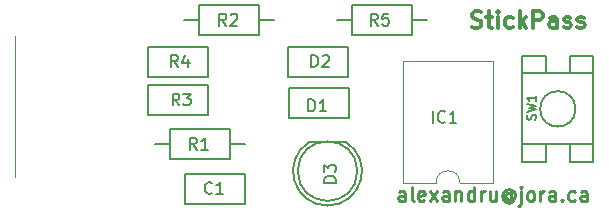
<source format=gto>
G04 #@! TF.FileFunction,Legend,Top*
%FSLAX46Y46*%
G04 Gerber Fmt 4.6, Leading zero omitted, Abs format (unit mm)*
G04 Created by KiCad (PCBNEW 4.0.2-stable) date Tue 01 Mar 2016 12:52:29 PM EST*
%MOMM*%
G01*
G04 APERTURE LIST*
%ADD10C,0.100000*%
%ADD11C,0.220000*%
%ADD12C,0.300000*%
%ADD13C,0.150000*%
%ADD14C,0.203200*%
%ADD15C,0.152400*%
G04 APERTURE END LIST*
D10*
D11*
X133042859Y-96792857D02*
X133042859Y-96164286D01*
X132985716Y-96050000D01*
X132871430Y-95992857D01*
X132642859Y-95992857D01*
X132528573Y-96050000D01*
X133042859Y-96735714D02*
X132928573Y-96792857D01*
X132642859Y-96792857D01*
X132528573Y-96735714D01*
X132471430Y-96621429D01*
X132471430Y-96507143D01*
X132528573Y-96392857D01*
X132642859Y-96335714D01*
X132928573Y-96335714D01*
X133042859Y-96278571D01*
X133785716Y-96792857D02*
X133671430Y-96735714D01*
X133614287Y-96621429D01*
X133614287Y-95592857D01*
X134700001Y-96735714D02*
X134585715Y-96792857D01*
X134357144Y-96792857D01*
X134242858Y-96735714D01*
X134185715Y-96621429D01*
X134185715Y-96164286D01*
X134242858Y-96050000D01*
X134357144Y-95992857D01*
X134585715Y-95992857D01*
X134700001Y-96050000D01*
X134757144Y-96164286D01*
X134757144Y-96278571D01*
X134185715Y-96392857D01*
X135157144Y-96792857D02*
X135785715Y-95992857D01*
X135157144Y-95992857D02*
X135785715Y-96792857D01*
X136757144Y-96792857D02*
X136757144Y-96164286D01*
X136700001Y-96050000D01*
X136585715Y-95992857D01*
X136357144Y-95992857D01*
X136242858Y-96050000D01*
X136757144Y-96735714D02*
X136642858Y-96792857D01*
X136357144Y-96792857D01*
X136242858Y-96735714D01*
X136185715Y-96621429D01*
X136185715Y-96507143D01*
X136242858Y-96392857D01*
X136357144Y-96335714D01*
X136642858Y-96335714D01*
X136757144Y-96278571D01*
X137328572Y-95992857D02*
X137328572Y-96792857D01*
X137328572Y-96107143D02*
X137385715Y-96050000D01*
X137500001Y-95992857D01*
X137671429Y-95992857D01*
X137785715Y-96050000D01*
X137842858Y-96164286D01*
X137842858Y-96792857D01*
X138928572Y-96792857D02*
X138928572Y-95592857D01*
X138928572Y-96735714D02*
X138814286Y-96792857D01*
X138585715Y-96792857D01*
X138471429Y-96735714D01*
X138414286Y-96678571D01*
X138357143Y-96564286D01*
X138357143Y-96221429D01*
X138414286Y-96107143D01*
X138471429Y-96050000D01*
X138585715Y-95992857D01*
X138814286Y-95992857D01*
X138928572Y-96050000D01*
X139500000Y-96792857D02*
X139500000Y-95992857D01*
X139500000Y-96221429D02*
X139557143Y-96107143D01*
X139614286Y-96050000D01*
X139728572Y-95992857D01*
X139842857Y-95992857D01*
X140757143Y-95992857D02*
X140757143Y-96792857D01*
X140242857Y-95992857D02*
X140242857Y-96621429D01*
X140300000Y-96735714D01*
X140414286Y-96792857D01*
X140585714Y-96792857D01*
X140700000Y-96735714D01*
X140757143Y-96678571D01*
X142071428Y-96221429D02*
X142014286Y-96164286D01*
X141900000Y-96107143D01*
X141785714Y-96107143D01*
X141671428Y-96164286D01*
X141614286Y-96221429D01*
X141557143Y-96335714D01*
X141557143Y-96450000D01*
X141614286Y-96564286D01*
X141671428Y-96621429D01*
X141785714Y-96678571D01*
X141900000Y-96678571D01*
X142014286Y-96621429D01*
X142071428Y-96564286D01*
X142071428Y-96107143D02*
X142071428Y-96564286D01*
X142128571Y-96621429D01*
X142185714Y-96621429D01*
X142300000Y-96564286D01*
X142357143Y-96450000D01*
X142357143Y-96164286D01*
X142242857Y-95992857D01*
X142071428Y-95878571D01*
X141842857Y-95821429D01*
X141614286Y-95878571D01*
X141442857Y-95992857D01*
X141328571Y-96164286D01*
X141271428Y-96392857D01*
X141328571Y-96621429D01*
X141442857Y-96792857D01*
X141614286Y-96907143D01*
X141842857Y-96964286D01*
X142071428Y-96907143D01*
X142242857Y-96792857D01*
X142871428Y-95992857D02*
X142871428Y-97021429D01*
X142814285Y-97135714D01*
X142700000Y-97192857D01*
X142642857Y-97192857D01*
X142871428Y-95592857D02*
X142814285Y-95650000D01*
X142871428Y-95707143D01*
X142928571Y-95650000D01*
X142871428Y-95592857D01*
X142871428Y-95707143D01*
X143614286Y-96792857D02*
X143500000Y-96735714D01*
X143442857Y-96678571D01*
X143385714Y-96564286D01*
X143385714Y-96221429D01*
X143442857Y-96107143D01*
X143500000Y-96050000D01*
X143614286Y-95992857D01*
X143785714Y-95992857D01*
X143900000Y-96050000D01*
X143957143Y-96107143D01*
X144014286Y-96221429D01*
X144014286Y-96564286D01*
X143957143Y-96678571D01*
X143900000Y-96735714D01*
X143785714Y-96792857D01*
X143614286Y-96792857D01*
X144528571Y-96792857D02*
X144528571Y-95992857D01*
X144528571Y-96221429D02*
X144585714Y-96107143D01*
X144642857Y-96050000D01*
X144757143Y-95992857D01*
X144871428Y-95992857D01*
X145785714Y-96792857D02*
X145785714Y-96164286D01*
X145728571Y-96050000D01*
X145614285Y-95992857D01*
X145385714Y-95992857D01*
X145271428Y-96050000D01*
X145785714Y-96735714D02*
X145671428Y-96792857D01*
X145385714Y-96792857D01*
X145271428Y-96735714D01*
X145214285Y-96621429D01*
X145214285Y-96507143D01*
X145271428Y-96392857D01*
X145385714Y-96335714D01*
X145671428Y-96335714D01*
X145785714Y-96278571D01*
X146357142Y-96678571D02*
X146414285Y-96735714D01*
X146357142Y-96792857D01*
X146299999Y-96735714D01*
X146357142Y-96678571D01*
X146357142Y-96792857D01*
X147442857Y-96735714D02*
X147328571Y-96792857D01*
X147100000Y-96792857D01*
X146985714Y-96735714D01*
X146928571Y-96678571D01*
X146871428Y-96564286D01*
X146871428Y-96221429D01*
X146928571Y-96107143D01*
X146985714Y-96050000D01*
X147100000Y-95992857D01*
X147328571Y-95992857D01*
X147442857Y-96050000D01*
X148471428Y-96792857D02*
X148471428Y-96164286D01*
X148414285Y-96050000D01*
X148299999Y-95992857D01*
X148071428Y-95992857D01*
X147957142Y-96050000D01*
X148471428Y-96735714D02*
X148357142Y-96792857D01*
X148071428Y-96792857D01*
X147957142Y-96735714D01*
X147899999Y-96621429D01*
X147899999Y-96507143D01*
X147957142Y-96392857D01*
X148071428Y-96335714D01*
X148357142Y-96335714D01*
X148471428Y-96278571D01*
D12*
X138733334Y-82066667D02*
X138933334Y-82133333D01*
X139266667Y-82133333D01*
X139400000Y-82066667D01*
X139466667Y-82000000D01*
X139533334Y-81866667D01*
X139533334Y-81733333D01*
X139466667Y-81600000D01*
X139400000Y-81533333D01*
X139266667Y-81466667D01*
X139000000Y-81400000D01*
X138866667Y-81333333D01*
X138800000Y-81266667D01*
X138733334Y-81133333D01*
X138733334Y-81000000D01*
X138800000Y-80866667D01*
X138866667Y-80800000D01*
X139000000Y-80733333D01*
X139333334Y-80733333D01*
X139533334Y-80800000D01*
X139933333Y-81200000D02*
X140466667Y-81200000D01*
X140133333Y-80733333D02*
X140133333Y-81933333D01*
X140200000Y-82066667D01*
X140333333Y-82133333D01*
X140466667Y-82133333D01*
X140933333Y-82133333D02*
X140933333Y-81200000D01*
X140933333Y-80733333D02*
X140866667Y-80800000D01*
X140933333Y-80866667D01*
X141000000Y-80800000D01*
X140933333Y-80733333D01*
X140933333Y-80866667D01*
X142200000Y-82066667D02*
X142066667Y-82133333D01*
X141800000Y-82133333D01*
X141666667Y-82066667D01*
X141600000Y-82000000D01*
X141533334Y-81866667D01*
X141533334Y-81466667D01*
X141600000Y-81333333D01*
X141666667Y-81266667D01*
X141800000Y-81200000D01*
X142066667Y-81200000D01*
X142200000Y-81266667D01*
X142800000Y-82133333D02*
X142800000Y-80733333D01*
X142933334Y-81600000D02*
X143333334Y-82133333D01*
X143333334Y-81200000D02*
X142800000Y-81733333D01*
X143933333Y-82133333D02*
X143933333Y-80733333D01*
X144466667Y-80733333D01*
X144600000Y-80800000D01*
X144666667Y-80866667D01*
X144733333Y-81000000D01*
X144733333Y-81200000D01*
X144666667Y-81333333D01*
X144600000Y-81400000D01*
X144466667Y-81466667D01*
X143933333Y-81466667D01*
X145933333Y-82133333D02*
X145933333Y-81400000D01*
X145866667Y-81266667D01*
X145733333Y-81200000D01*
X145466667Y-81200000D01*
X145333333Y-81266667D01*
X145933333Y-82066667D02*
X145800000Y-82133333D01*
X145466667Y-82133333D01*
X145333333Y-82066667D01*
X145266667Y-81933333D01*
X145266667Y-81800000D01*
X145333333Y-81666667D01*
X145466667Y-81600000D01*
X145800000Y-81600000D01*
X145933333Y-81533333D01*
X146533334Y-82066667D02*
X146666667Y-82133333D01*
X146933334Y-82133333D01*
X147066667Y-82066667D01*
X147133334Y-81933333D01*
X147133334Y-81866667D01*
X147066667Y-81733333D01*
X146933334Y-81666667D01*
X146733334Y-81666667D01*
X146600000Y-81600000D01*
X146533334Y-81466667D01*
X146533334Y-81400000D01*
X146600000Y-81266667D01*
X146733334Y-81200000D01*
X146933334Y-81200000D01*
X147066667Y-81266667D01*
X147666667Y-82066667D02*
X147800000Y-82133333D01*
X148066667Y-82133333D01*
X148200000Y-82066667D01*
X148266667Y-81933333D01*
X148266667Y-81866667D01*
X148200000Y-81733333D01*
X148066667Y-81666667D01*
X147866667Y-81666667D01*
X147733333Y-81600000D01*
X147666667Y-81466667D01*
X147666667Y-81400000D01*
X147733333Y-81266667D01*
X147866667Y-81200000D01*
X148066667Y-81200000D01*
X148200000Y-81266667D01*
D10*
X100050000Y-82800000D02*
X100050000Y-94800000D01*
X132900000Y-95240000D02*
X132900000Y-84940000D01*
X140500000Y-95240000D02*
X140500000Y-84940000D01*
X135700000Y-95240000D02*
X132900000Y-95240000D01*
X140500000Y-95240000D02*
X137700000Y-95240000D01*
X137700000Y-95240000D02*
G75*
G03X135700000Y-95240000I-1000000J0D01*
G01*
X132900000Y-84940000D02*
X140500000Y-84940000D01*
D13*
X119480000Y-97020000D02*
X114400000Y-97020000D01*
X114400000Y-97020000D02*
X114400000Y-94480000D01*
X114400000Y-94480000D02*
X119480000Y-94480000D01*
X119480000Y-94480000D02*
X119480000Y-97020000D01*
X123270000Y-87230000D02*
X128350000Y-87230000D01*
X128350000Y-87230000D02*
X128350000Y-89770000D01*
X128350000Y-89770000D02*
X123270000Y-89770000D01*
X123270000Y-89770000D02*
X123270000Y-87230000D01*
X123150000Y-83730000D02*
X128230000Y-83730000D01*
X128230000Y-83730000D02*
X128230000Y-86270000D01*
X128230000Y-86270000D02*
X123150000Y-86270000D01*
X123150000Y-86270000D02*
X123150000Y-83730000D01*
X124975096Y-91785112D02*
G75*
G03X128000000Y-91770000I1524904J-2484888D01*
G01*
X125000000Y-91770000D02*
X128000000Y-91770000D01*
X129017936Y-94270000D02*
G75*
G03X129017936Y-94270000I-2517936J0D01*
G01*
X113130000Y-90730000D02*
X118210000Y-90730000D01*
X118210000Y-90730000D02*
X118210000Y-93270000D01*
X118210000Y-93270000D02*
X113130000Y-93270000D01*
X113130000Y-93270000D02*
X113130000Y-90730000D01*
X113130000Y-92000000D02*
X111860000Y-92000000D01*
X118210000Y-92000000D02*
X119480000Y-92000000D01*
X115630000Y-80230000D02*
X120710000Y-80230000D01*
X120710000Y-80230000D02*
X120710000Y-82770000D01*
X120710000Y-82770000D02*
X115630000Y-82770000D01*
X115630000Y-82770000D02*
X115630000Y-80230000D01*
X115630000Y-81500000D02*
X114360000Y-81500000D01*
X120710000Y-81500000D02*
X121980000Y-81500000D01*
X116350000Y-89520000D02*
X111270000Y-89520000D01*
X111270000Y-89520000D02*
X111270000Y-86980000D01*
X111270000Y-86980000D02*
X116350000Y-86980000D01*
X116350000Y-86980000D02*
X116350000Y-89520000D01*
X116350000Y-86270000D02*
X111270000Y-86270000D01*
X111270000Y-86270000D02*
X111270000Y-83730000D01*
X111270000Y-83730000D02*
X116350000Y-83730000D01*
X116350000Y-83730000D02*
X116350000Y-86270000D01*
X128540000Y-80230000D02*
X133620000Y-80230000D01*
X133620000Y-80230000D02*
X133620000Y-82770000D01*
X133620000Y-82770000D02*
X128540000Y-82770000D01*
X128540000Y-82770000D02*
X128540000Y-80230000D01*
X128540000Y-81500000D02*
X127270000Y-81500000D01*
X133620000Y-81500000D02*
X134890000Y-81500000D01*
D14*
X143000000Y-92000000D02*
X143000000Y-93500000D01*
X143000000Y-93500000D02*
X145000000Y-93500000D01*
X145000000Y-93500000D02*
X145000000Y-92000000D01*
X149000000Y-92000000D02*
X149000000Y-93500000D01*
X149000000Y-93500000D02*
X147000000Y-93500000D01*
X147000000Y-93500000D02*
X147000000Y-92000000D01*
X143000000Y-86000000D02*
X143000000Y-84500000D01*
X143000000Y-84500000D02*
X145000000Y-84500000D01*
X145000000Y-84500000D02*
X145000000Y-86000000D01*
X147000000Y-86000000D02*
X147000000Y-84500000D01*
X149000000Y-86000000D02*
X149000000Y-84500000D01*
X149000000Y-84500000D02*
X147000000Y-84500000D01*
X147500000Y-89000000D02*
G75*
G03X147500000Y-89000000I-1500000J0D01*
G01*
X149000000Y-86000000D02*
X143000000Y-86000000D01*
X143000000Y-86000000D02*
X143000000Y-92000000D01*
X143000000Y-92000000D02*
X149000000Y-92000000D01*
X149000000Y-92000000D02*
X149000000Y-86000000D01*
D13*
X135403810Y-90172381D02*
X135403810Y-89172381D01*
X136451429Y-90077143D02*
X136403810Y-90124762D01*
X136260953Y-90172381D01*
X136165715Y-90172381D01*
X136022857Y-90124762D01*
X135927619Y-90029524D01*
X135880000Y-89934286D01*
X135832381Y-89743810D01*
X135832381Y-89600952D01*
X135880000Y-89410476D01*
X135927619Y-89315238D01*
X136022857Y-89220000D01*
X136165715Y-89172381D01*
X136260953Y-89172381D01*
X136403810Y-89220000D01*
X136451429Y-89267619D01*
X137403810Y-90172381D02*
X136832381Y-90172381D01*
X137118095Y-90172381D02*
X137118095Y-89172381D01*
X137022857Y-89315238D01*
X136927619Y-89410476D01*
X136832381Y-89458095D01*
X116713334Y-96107143D02*
X116665715Y-96154762D01*
X116522858Y-96202381D01*
X116427620Y-96202381D01*
X116284762Y-96154762D01*
X116189524Y-96059524D01*
X116141905Y-95964286D01*
X116094286Y-95773810D01*
X116094286Y-95630952D01*
X116141905Y-95440476D01*
X116189524Y-95345238D01*
X116284762Y-95250000D01*
X116427620Y-95202381D01*
X116522858Y-95202381D01*
X116665715Y-95250000D01*
X116713334Y-95297619D01*
X117665715Y-96202381D02*
X117094286Y-96202381D01*
X117380000Y-96202381D02*
X117380000Y-95202381D01*
X117284762Y-95345238D01*
X117189524Y-95440476D01*
X117094286Y-95488095D01*
X124881905Y-89202381D02*
X124881905Y-88202381D01*
X125120000Y-88202381D01*
X125262858Y-88250000D01*
X125358096Y-88345238D01*
X125405715Y-88440476D01*
X125453334Y-88630952D01*
X125453334Y-88773810D01*
X125405715Y-88964286D01*
X125358096Y-89059524D01*
X125262858Y-89154762D01*
X125120000Y-89202381D01*
X124881905Y-89202381D01*
X126405715Y-89202381D02*
X125834286Y-89202381D01*
X126120000Y-89202381D02*
X126120000Y-88202381D01*
X126024762Y-88345238D01*
X125929524Y-88440476D01*
X125834286Y-88488095D01*
X125141905Y-85452381D02*
X125141905Y-84452381D01*
X125380000Y-84452381D01*
X125522858Y-84500000D01*
X125618096Y-84595238D01*
X125665715Y-84690476D01*
X125713334Y-84880952D01*
X125713334Y-85023810D01*
X125665715Y-85214286D01*
X125618096Y-85309524D01*
X125522858Y-85404762D01*
X125380000Y-85452381D01*
X125141905Y-85452381D01*
X126094286Y-84547619D02*
X126141905Y-84500000D01*
X126237143Y-84452381D01*
X126475239Y-84452381D01*
X126570477Y-84500000D01*
X126618096Y-84547619D01*
X126665715Y-84642857D01*
X126665715Y-84738095D01*
X126618096Y-84880952D01*
X126046667Y-85452381D01*
X126665715Y-85452381D01*
X127202381Y-95238095D02*
X126202381Y-95238095D01*
X126202381Y-95000000D01*
X126250000Y-94857142D01*
X126345238Y-94761904D01*
X126440476Y-94714285D01*
X126630952Y-94666666D01*
X126773810Y-94666666D01*
X126964286Y-94714285D01*
X127059524Y-94761904D01*
X127154762Y-94857142D01*
X127202381Y-95000000D01*
X127202381Y-95238095D01*
X126202381Y-94333333D02*
X126202381Y-93714285D01*
X126583333Y-94047619D01*
X126583333Y-93904761D01*
X126630952Y-93809523D01*
X126678571Y-93761904D01*
X126773810Y-93714285D01*
X127011905Y-93714285D01*
X127107143Y-93761904D01*
X127154762Y-93809523D01*
X127202381Y-93904761D01*
X127202381Y-94190476D01*
X127154762Y-94285714D01*
X127107143Y-94333333D01*
X115423334Y-92452381D02*
X115090000Y-91976190D01*
X114851905Y-92452381D02*
X114851905Y-91452381D01*
X115232858Y-91452381D01*
X115328096Y-91500000D01*
X115375715Y-91547619D01*
X115423334Y-91642857D01*
X115423334Y-91785714D01*
X115375715Y-91880952D01*
X115328096Y-91928571D01*
X115232858Y-91976190D01*
X114851905Y-91976190D01*
X116375715Y-92452381D02*
X115804286Y-92452381D01*
X116090000Y-92452381D02*
X116090000Y-91452381D01*
X115994762Y-91595238D01*
X115899524Y-91690476D01*
X115804286Y-91738095D01*
X117923334Y-81952381D02*
X117590000Y-81476190D01*
X117351905Y-81952381D02*
X117351905Y-80952381D01*
X117732858Y-80952381D01*
X117828096Y-81000000D01*
X117875715Y-81047619D01*
X117923334Y-81142857D01*
X117923334Y-81285714D01*
X117875715Y-81380952D01*
X117828096Y-81428571D01*
X117732858Y-81476190D01*
X117351905Y-81476190D01*
X118304286Y-81047619D02*
X118351905Y-81000000D01*
X118447143Y-80952381D01*
X118685239Y-80952381D01*
X118780477Y-81000000D01*
X118828096Y-81047619D01*
X118875715Y-81142857D01*
X118875715Y-81238095D01*
X118828096Y-81380952D01*
X118256667Y-81952381D01*
X118875715Y-81952381D01*
X113953334Y-88702381D02*
X113620000Y-88226190D01*
X113381905Y-88702381D02*
X113381905Y-87702381D01*
X113762858Y-87702381D01*
X113858096Y-87750000D01*
X113905715Y-87797619D01*
X113953334Y-87892857D01*
X113953334Y-88035714D01*
X113905715Y-88130952D01*
X113858096Y-88178571D01*
X113762858Y-88226190D01*
X113381905Y-88226190D01*
X114286667Y-87702381D02*
X114905715Y-87702381D01*
X114572381Y-88083333D01*
X114715239Y-88083333D01*
X114810477Y-88130952D01*
X114858096Y-88178571D01*
X114905715Y-88273810D01*
X114905715Y-88511905D01*
X114858096Y-88607143D01*
X114810477Y-88654762D01*
X114715239Y-88702381D01*
X114429524Y-88702381D01*
X114334286Y-88654762D01*
X114286667Y-88607143D01*
X113833334Y-85452381D02*
X113500000Y-84976190D01*
X113261905Y-85452381D02*
X113261905Y-84452381D01*
X113642858Y-84452381D01*
X113738096Y-84500000D01*
X113785715Y-84547619D01*
X113833334Y-84642857D01*
X113833334Y-84785714D01*
X113785715Y-84880952D01*
X113738096Y-84928571D01*
X113642858Y-84976190D01*
X113261905Y-84976190D01*
X114690477Y-84785714D02*
X114690477Y-85452381D01*
X114452381Y-84404762D02*
X114214286Y-85119048D01*
X114833334Y-85119048D01*
X130743334Y-81952381D02*
X130410000Y-81476190D01*
X130171905Y-81952381D02*
X130171905Y-80952381D01*
X130552858Y-80952381D01*
X130648096Y-81000000D01*
X130695715Y-81047619D01*
X130743334Y-81142857D01*
X130743334Y-81285714D01*
X130695715Y-81380952D01*
X130648096Y-81428571D01*
X130552858Y-81476190D01*
X130171905Y-81476190D01*
X131648096Y-80952381D02*
X131171905Y-80952381D01*
X131124286Y-81428571D01*
X131171905Y-81380952D01*
X131267143Y-81333333D01*
X131505239Y-81333333D01*
X131600477Y-81380952D01*
X131648096Y-81428571D01*
X131695715Y-81523810D01*
X131695715Y-81761905D01*
X131648096Y-81857143D01*
X131600477Y-81904762D01*
X131505239Y-81952381D01*
X131267143Y-81952381D01*
X131171905Y-81904762D01*
X131124286Y-81857143D01*
D15*
X144108429Y-89915999D02*
X144144714Y-89807142D01*
X144144714Y-89625713D01*
X144108429Y-89553142D01*
X144072143Y-89516856D01*
X143999571Y-89480571D01*
X143927000Y-89480571D01*
X143854429Y-89516856D01*
X143818143Y-89553142D01*
X143781857Y-89625713D01*
X143745571Y-89770856D01*
X143709286Y-89843428D01*
X143673000Y-89879713D01*
X143600429Y-89915999D01*
X143527857Y-89915999D01*
X143455286Y-89879713D01*
X143419000Y-89843428D01*
X143382714Y-89770856D01*
X143382714Y-89589428D01*
X143419000Y-89480571D01*
X143382714Y-89226571D02*
X144144714Y-89045142D01*
X143600429Y-88899999D01*
X144144714Y-88754857D01*
X143382714Y-88573428D01*
X144144714Y-87884000D02*
X144144714Y-88319428D01*
X144144714Y-88101714D02*
X143382714Y-88101714D01*
X143491571Y-88174285D01*
X143564143Y-88246857D01*
X143600429Y-88319428D01*
M02*

</source>
